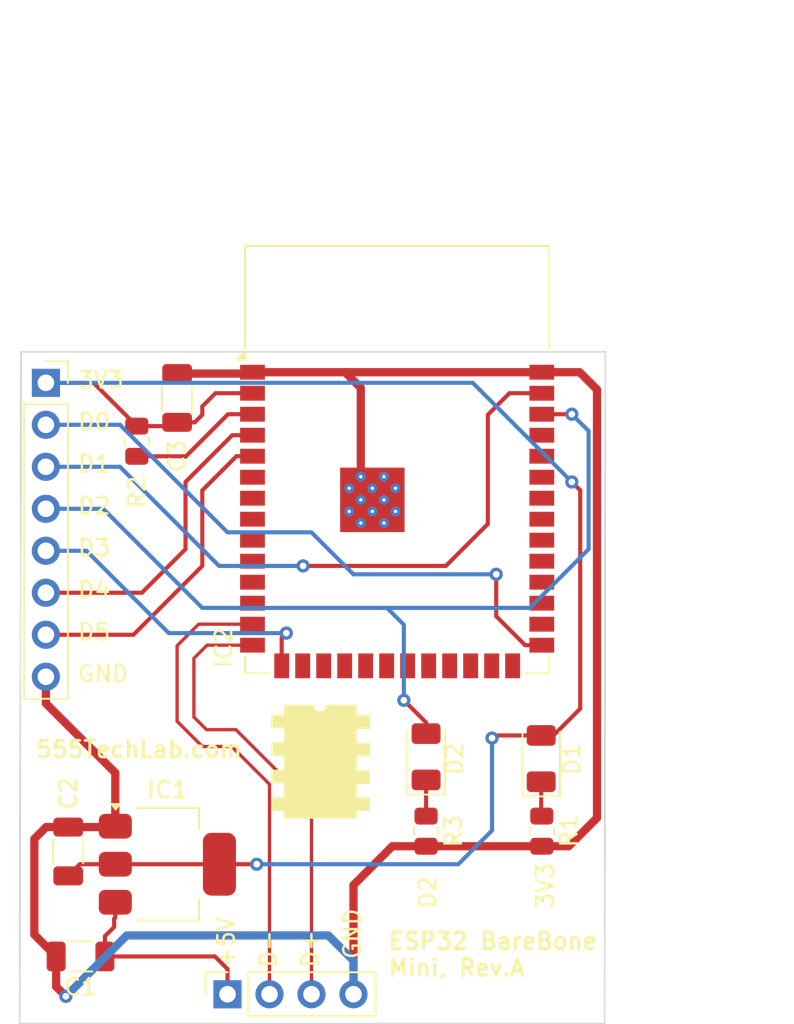
<source format=kicad_pcb>
(kicad_pcb (version 20240108) (generator "pcbnew") (generator_version "8.0")
  (layers (0 "F.Cu" signal) (31 "B.Cu" signal) (34 "B.Paste" user) (35 "F.Paste" user) (36 "B.SilkS" user "B.Silkscreen") (37 "F.SilkS" user "F.Silkscreen") (38 "B.Mask" user) (39 "F.Mask" user) (44 "Edge.Cuts" user))
  (net 0 "")
  (net 1 "+3V3")
  (net 2 "Net-(D2-K)")
  (net 3 "USB_N")
  (net 4 "USB_P")
  (net 5 "GND")
  (net 6 "+5V")
  (net 7 "Net-(D1-K)")
  (net 27 "Net-(IC2-EN)")
  (net 37 "D2")
  (net 38 "D0")
  (net 39 "D5")
  (net 40 "D4")
  (net 41 "D1")
  (net 42 "D3")
  (footprint "LOGO" (layer "F.Cu") (at 151.892 116.332)
    (property "Reference" "G***" (hide yes))
    (property "Value" "LOGO" (hide yes))
    (fp_poly (pts (xy -0.333334 -3.702558) (xy -0.309774 -3.605825) (xy -0.250044 -3.506181) (xy -0.247037 -3.502558) (xy -0.142002 -3.422711) (xy -0.017975 -3.394374) (xy 0.109783 -3.411864) (xy 0.226012 -3.469498) (xy 0.31545 -3.56159) (xy 0.362838 -3.682457) (xy 0.366666 -3.731142) (xy 0.36833 -3.751314) (xy 0.37817 -3.767103) (xy 0.403458 -3.779047) (xy 0.451465 -3.787682) (xy 0.529464 -3.793545) (xy 0.644727 -3.797171) (xy 0.804525 -3.799098) (xy 1.016131 -3.799863) (xy 1.286817 -3.8) (xy 1.3 -3.8) (xy 2.233333 -3.8) (xy 2.233333 -3.483334) (xy 2.233333 -3.166667) (xy 2.633333 -3.166667) (xy 3.033333 -3.166667) (xy 3.033333 -2.75) (xy 3.033333 -2.333334) (xy 2.633333 -2.333334) (xy 2.233333 -2.333334) (xy 2.233333 -1.916667) (xy 2.233333 -1.5) (xy 2.633333 -1.5) (xy 3.033333 -1.5) (xy 3.033333 -1.083334) (xy 3.033333 -0.666667) (xy 2.633333 -0.666667) (xy 2.233333 -0.666667) (xy 2.233333 -0.25) (xy 2.233333 0.166666) (xy 2.633333 0.166666) (xy 3.033333 0.166666) (xy 3.033333 0.583333) (xy 3.033333 1) (xy 2.633333 1) (xy 2.233333 1) (xy 2.233333 1.4) (xy 2.233333 1.8) (xy 2.633333 1.8) (xy 3.033333 1.8) (xy 3.033333 2.216666) (xy 3.033333 2.633333) (xy 2.633333 2.633333) (xy 2.233333 2.633333) (xy 2.233333 2.866666) (xy 2.233333 3.1) (xy 0.033333 3.1) (xy -2.166667 3.1) (xy -2.166667 2.866666) (xy -2.166667 2.633333) (xy -2.55 2.633333) (xy -2.933334 2.633333) (xy -2.933334 2.216666) (xy -2.933334 1.8) (xy -2.55 1.8) (xy -2.166667 1.8) (xy -2.166667 1.383333) (xy -2.166667 0.966666) (xy -2.55 0.966666) (xy -2.933334 0.966666) (xy -2.933334 0.55) (xy -2.933334 0.133333) (xy -2.55 0.133333) (xy -2.166667 0.133333) (xy -2.166667 -0.283334) (xy -2.166667 -0.7) (xy -2.55 -0.7) (xy -2.933334 -0.7) (xy -2.933334 -1.116667) (xy -2.933334 -1.533334) (xy -2.55 -1.533334) (xy -2.166667 -1.533334) (xy -2.166667 -1.95) (xy -2.166667 -2.366667) (xy -2.55 -2.366667) (xy -2.933334 -2.366667) (xy -2.933334 -2.783334) (xy -2.933334 -3.2) (xy -2.55 -3.2) (xy -2.166667 -3.2) (xy -2.166667 -3.5) (xy -2.166667 -3.8) (xy -1.25 -3.8) (xy -0.333334 -3.8)) (fill solid) (layer "F.SilkS"))
  )
  (footprint "Package_TO_SOT_SMD:SOT-223-3_TabPin2" (layer "F.Cu") (at 142.666 122.184)
    (property "Reference" "IC1" (at 0 -4.5 0) (layer "F.SilkS"))
    (property "Value" "AMS1117-3.3" (hide yes))
    (fp_line (start -1.85 -3.41) (end 1.91 -3.41) (stroke (width 0.12)) (layer "F.SilkS"))
    (fp_line (start -1.85 3.41) (end 1.91 3.41) (stroke (width 0.12)) (layer "F.SilkS"))
    (fp_line (start 1.91 -3.41) (end 1.91 -2.15) (stroke (width 0.12)) (layer "F.SilkS"))
    (fp_line (start 1.91 3.41) (end 1.91 2.15) (stroke (width 0.12)) (layer "F.SilkS"))
    (fp_poly (pts (xy -3.13 -3.31) (xy -3.37 -3.64) (xy -2.89 -3.64) (xy -3.13 -3.31)) (stroke (width 0.12)) (fill solid) (layer "F.SilkS"))
    (pad "1" smd roundrect (at -3.15 -2.3) (size 2 1.5) (layers "F.Cu" "F.Paste" "F.Mask") (net 5 "GND"))
    (pad "2" smd roundrect (at -3.15 0) (size 2 1.5) (layers "F.Cu" "F.Paste" "F.Mask") (net 1 "+3V3"))
    (pad "2" smd roundrect (at 3.15 0) (size 2 3.8) (layers "F.Cu" "F.Paste" "F.Mask") (net 1 "+3V3"))
    (pad "3" smd roundrect (at -3.15 2.3) (size 2 1.5) (layers "F.Cu" "F.Paste" "F.Mask") (net 6 "+5V"))
  )
  (footprint "Connector_PinSocket_2.54mm:PinSocket_1x04_P2.54mm_Vertical" (layer "F.Cu") (at 146.304 130.048 90)
    (property "Reference" "J3" (hide yes))
    (property "Value" "Conn_01x04_Socket" (hide yes))
    (fp_line (start 1.33 -1.33) (end 1.33 0) (stroke (width 0.12)) (layer "F.SilkS"))
    (fp_line (start 0 -1.33) (end 1.33 -1.33) (stroke (width 0.12)) (layer "F.SilkS"))
    (fp_line (start 1.33 1.27) (end 1.33 8.95) (stroke (width 0.12)) (layer "F.SilkS"))
    (fp_line (start -1.33 1.27) (end 1.33 1.27) (stroke (width 0.12)) (layer "F.SilkS"))
    (fp_line (start -1.33 1.27) (end -1.33 8.95) (stroke (width 0.12)) (layer "F.SilkS"))
    (fp_line (start -1.33 8.95) (end 1.33 8.95) (stroke (width 0.12)) (layer "F.SilkS"))
    (pad "1" thru_hole rect (at 0 0 90) (size 1.7 1.7) (drill 1) (layers "*.Cu" "*.Mask") (net 6 "+5V"))
    (pad "2" thru_hole oval (at 0 2.54 90) (size 1.7 1.7) (drill 1) (layers "*.Cu" "*.Mask") (net 3 "USB_N"))
    (pad "3" thru_hole oval (at 0 5.08 90) (size 1.7 1.7) (drill 1) (layers "*.Cu" "*.Mask") (net 4 "USB_P"))
    (pad "4" thru_hole oval (at 0 7.62 90) (size 1.7 1.7) (drill 1) (layers "*.Cu" "*.Mask") (net 5 "GND"))
  )
  (footprint "Capacitor_SMD:C_1206_3216Metric" (layer "F.Cu") (at 137.414 127.762 180)
    (property "Reference" "C1" (at 0 -1.85 0) (layer "F.SilkS"))
    (property "Value" "0.1uF" (hide yes))
    (fp_line (start -0.711252 0.91) (end 0.711252 0.91) (stroke (width 0.12)) (layer "F.SilkS"))
    (fp_line (start -0.711252 -0.91) (end 0.711252 -0.91) (stroke (width 0.12)) (layer "F.SilkS"))
    (pad "1" smd roundrect (at -1.475 0 180) (size 1.15 1.8) (layers "F.Cu" "F.Paste" "F.Mask") (roundrect_rratio 0.217391) (net 6 "+5V"))
    (pad "2" smd roundrect (at 1.475 0 180) (size 1.15 1.8) (layers "F.Cu" "F.Paste" "F.Mask") (roundrect_rratio 0.217391) (net 5 "GND"))
  )
  (footprint "Capacitor_SMD:C_1206_3216Metric" (layer "F.Cu") (at 136.666 121.412 90)
    (property "Reference" "C2" (at 3.5 0 90) (layer "F.SilkS"))
    (property "Value" "0.1uF" (hide yes))
    (fp_line (start -0.711252 -0.91) (end 0.711252 -0.91) (stroke (width 0.12)) (layer "F.SilkS"))
    (fp_line (start -0.711252 0.91) (end 0.711252 0.91) (stroke (width 0.12)) (layer "F.SilkS"))
    (pad "1" smd roundrect (at -1.475 0 90) (size 1.15 1.8) (layers "F.Cu" "F.Paste" "F.Mask") (roundrect_rratio 0.217391) (net 1 "+3V3"))
    (pad "2" smd roundrect (at 1.475 0 90) (size 1.15 1.8) (layers "F.Cu" "F.Paste" "F.Mask") (roundrect_rratio 0.217391) (net 5 "GND"))
  )
  (footprint "Resistor_SMD:R_0805_2012Metric" (layer "F.Cu") (at 140.816 96.5965 -90)
    (property "Reference" "R2" (at 3.0875 0 90) (layer "F.SilkS"))
    (property "Value" "R_Small" (hide yes))
    (fp_line (start -0.227064 0.735) (end 0.227064 0.735) (stroke (width 0.12)) (layer "F.SilkS"))
    (fp_line (start -0.227064 -0.735) (end 0.227064 -0.735) (stroke (width 0.12)) (layer "F.SilkS"))
    (pad "1" smd roundrect (at -0.9125 0 270) (size 1.025 1.4) (layers "F.Cu" "F.Paste" "F.Mask") (roundrect_rratio 0.243902) (net 1 "+3V3"))
    (pad "2" smd roundrect (at 0.9125 0 270) (size 1.025 1.4) (layers "F.Cu" "F.Paste" "F.Mask") (roundrect_rratio 0.243902) (net 27 "Net-(IC2-EN)"))
  )
  (footprint "Resistor_SMD:R_0805_2012Metric" (layer "F.Cu") (at 158.316 120.184 -90)
    (property "Reference" "R3" (at 0 -1.65 90) (layer "F.SilkS"))
    (property "Value" "R_Small" (hide yes))
    (fp_line (start -0.227064 0.735) (end 0.227064 0.735) (stroke (width 0.12)) (layer "F.SilkS"))
    (fp_line (start -0.227064 -0.735) (end 0.227064 -0.735) (stroke (width 0.12)) (layer "F.SilkS"))
    (pad "1" smd roundrect (at -0.9125 0 270) (size 1.025 1.4) (layers "F.Cu" "F.Paste" "F.Mask") (roundrect_rratio 0.243902) (net 2 "Net-(D2-K)"))
    (pad "2" smd roundrect (at 0.9125 0 270) (size 1.025 1.4) (layers "F.Cu" "F.Paste" "F.Mask") (roundrect_rratio 0.243902) (net 5 "GND"))
  )
  (footprint "RF_Module:ESP32-S3-WROOM-1" (layer "F.Cu") (at 156.566 97.684)
    (property "Reference" "IC2" (at -10.5 11.4 90) (layer "F.SilkS"))
    (property "Value" "ESP32-S3-WROOM-1" (hide yes))
    (fp_line (start -9.2 -12.9) (end -9.2 -6.7) (stroke (width 0.12)) (layer "F.SilkS"))
    (fp_line (start -9.2 -12.9) (end 9.2 -12.9) (stroke (width 0.12)) (layer "F.SilkS"))
    (fp_line (start -9.2 11.95) (end -9.2 12.95) (stroke (width 0.12)) (layer "F.SilkS"))
    (fp_line (start -9.2 12.95) (end -7.7 12.95) (stroke (width 0.12)) (layer "F.SilkS"))
    (fp_line (start 9.2 -12.9) (end 9.2 -6.7) (stroke (width 0.12)) (layer "F.SilkS"))
    (fp_line (start 9.2 12.95) (end 7.7 12.95) (stroke (width 0.12)) (layer "F.SilkS"))
    (fp_line (start 9.2 12.95) (end 9.2 11.95) (stroke (width 0.12)) (layer "F.SilkS"))
    (fp_poly (pts (xy -9.2 -6.025) (xy -9.7 -6.025) (xy -9.2 -6.525) (xy -9.2 -6.025)) (stroke (width 0.12)) (fill solid) (layer "F.SilkS"))
    (pad "1" smd rect (at -8.75 -5.26) (size 1.5 0.9) (layers "F.Cu" "F.Paste" "F.Mask") (net 5 "GND"))
    (pad "2" smd rect (at -8.75 -3.99) (size 1.5 0.9) (layers "F.Cu" "F.Paste" "F.Mask") (net 1 "+3V3"))
    (pad "3" smd rect (at -8.75 -2.72) (size 1.5 0.9) (layers "F.Cu" "F.Paste" "F.Mask") (net 27 "Net-(IC2-EN)"))
    (pad "4" smd rect (at -8.75 -1.45) (size 1.5 0.9) (layers "F.Cu" "F.Paste" "F.Mask") (net 40 "D4"))
    (pad "5" smd rect (at -8.75 -0.18) (size 1.5 0.9) (layers "F.Cu" "F.Paste" "F.Mask") (net 39 "D5"))
    (pad "6" smd rect (at -8.75 1.09) (size 1.5 0.9) (layers "F.Cu" "F.Paste" "F.Mask"))
    (pad "7" smd rect (at -8.75 2.36) (size 1.5 0.9) (layers "F.Cu" "F.Paste" "F.Mask"))
    (pad "8" smd rect (at -8.75 3.63) (size 1.5 0.9) (layers "F.Cu" "F.Paste" "F.Mask"))
    (pad "9" smd rect (at -8.75 4.9) (size 1.5 0.9) (layers "F.Cu" "F.Paste" "F.Mask"))
    (pad "10" smd rect (at -8.75 6.17) (size 1.5 0.9) (layers "F.Cu" "F.Paste" "F.Mask"))
    (pad "11" smd rect (at -8.75 7.44) (size 1.5 0.9) (layers "F.Cu" "F.Paste" "F.Mask"))
    (pad "12" smd rect (at -8.75 8.71) (size 1.5 0.9) (layers "F.Cu" "F.Paste" "F.Mask"))
    (pad "13" smd rect (at -8.75 9.98) (size 1.5 0.9) (layers "F.Cu" "F.Paste" "F.Mask") (net 3 "USB_N"))
    (pad "14" smd rect (at -8.75 11.25 180) (size 1.5 0.9) (layers "F.Cu" "F.Paste" "F.Mask") (net 4 "USB_P"))
    (pad "15" smd rect (at -6.985 12.5 270) (size 1.5 0.9) (layers "F.Cu" "F.Paste" "F.Mask") (net 42 "D3"))
    (pad "16" smd rect (at -5.715 12.5 270) (size 1.5 0.9) (layers "F.Cu" "F.Paste" "F.Mask"))
    (pad "17" smd rect (at -4.445 12.5 270) (size 1.5 0.9) (layers "F.Cu" "F.Paste" "F.Mask"))
    (pad "18" smd rect (at -3.175 12.5 270) (size 1.5 0.9) (layers "F.Cu" "F.Paste" "F.Mask"))
    (pad "19" smd rect (at -1.905 12.5 270) (size 1.5 0.9) (layers "F.Cu" "F.Paste" "F.Mask"))
    (pad "20" smd rect (at -0.635 12.5 270) (size 1.5 0.9) (layers "F.Cu" "F.Paste" "F.Mask"))
    (pad "21" smd rect (at 0.635 12.5 270) (size 1.5 0.9) (layers "F.Cu" "F.Paste" "F.Mask"))
    (pad "22" smd rect (at 1.905 12.5 270) (size 1.5 0.9) (layers "F.Cu" "F.Paste" "F.Mask"))
    (pad "23" smd rect (at 3.175 12.5 270) (size 1.5 0.9) (layers "F.Cu" "F.Paste" "F.Mask"))
    (pad "24" smd rect (at 4.445 12.5 270) (size 1.5 0.9) (layers "F.Cu" "F.Paste" "F.Mask"))
    (pad "25" smd rect (at 5.715 12.5 270) (size 1.5 0.9) (layers "F.Cu" "F.Paste" "F.Mask"))
    (pad "26" smd rect (at 6.985 12.5 270) (size 1.5 0.9) (layers "F.Cu" "F.Paste" "F.Mask"))
    (pad "27" smd rect (at 8.75 11.25) (size 1.5 0.9) (layers "F.Cu" "F.Paste" "F.Mask") (net 38 "D0"))
    (pad "28" smd rect (at 8.75 9.98) (size 1.5 0.9) (layers "F.Cu" "F.Paste" "F.Mask"))
    (pad "29" smd rect (at 8.75 8.71) (size 1.5 0.9) (layers "F.Cu" "F.Paste" "F.Mask"))
    (pad "30" smd rect (at 8.75 7.44) (size 1.5 0.9) (layers "F.Cu" "F.Paste" "F.Mask"))
    (pad "31" smd rect (at 8.75 6.17) (size 1.5 0.9) (layers "F.Cu" "F.Paste" "F.Mask"))
    (pad "32" smd rect (at 8.75 4.9) (size 1.5 0.9) (layers "F.Cu" "F.Paste" "F.Mask"))
    (pad "33" smd rect (at 8.75 3.63) (size 1.5 0.9) (layers "F.Cu" "F.Paste" "F.Mask"))
    (pad "34" smd rect (at 8.75 2.36) (size 1.5 0.9) (layers "F.Cu" "F.Paste" "F.Mask"))
    (pad "35" smd rect (at 8.75 1.09) (size 1.5 0.9) (layers "F.Cu" "F.Paste" "F.Mask"))
    (pad "36" smd rect (at 8.75 -0.18) (size 1.5 0.9) (layers "F.Cu" "F.Paste" "F.Mask"))
    (pad "37" smd rect (at 8.75 -1.45) (size 1.5 0.9) (layers "F.Cu" "F.Paste" "F.Mask"))
    (pad "38" smd rect (at 8.75 -2.72) (size 1.5 0.9) (layers "F.Cu" "F.Paste" "F.Mask") (net 37 "D2"))
    (pad "39" smd rect (at 8.75 -3.99) (size 1.5 0.9) (layers "F.Cu" "F.Paste" "F.Mask") (net 41 "D1"))
    (pad "40" smd rect (at 8.75 -5.26) (size 1.5 0.9) (layers "F.Cu" "F.Paste" "F.Mask") (net 5 "GND"))
    (pad "41" thru_hole circle (at -2.9 1.76 90) (size 0.6 0.6) (drill 0.2) (property pad_prop_heatsink) (layers "*.Cu" "F.Mask") (net 5 "GND"))
    (pad "41" thru_hole circle (at -2.9 3.16) (size 0.6 0.6) (drill 0.2) (property pad_prop_heatsink) (layers "*.Cu" "F.Mask") (net 5 "GND"))
    (pad "41" thru_hole circle (at -2.2 1.06) (size 0.6 0.6) (drill 0.2) (property pad_prop_heatsink) (layers "*.Cu" "F.Mask") (net 5 "GND"))
    (pad "41" thru_hole circle (at -2.2 2.46) (size 0.6 0.6) (drill 0.2) (property pad_prop_heatsink) (layers "*.Cu" "F.Mask") (net 5 "GND"))
    (pad "41" thru_hole circle (at -2.2 3.86) (size 0.6 0.6) (drill 0.2) (property pad_prop_heatsink) (layers "*.Cu" "F.Mask") (net 5 "GND"))
    (pad "41" thru_hole circle (at -1.5 1.76) (size 0.6 0.6) (drill 0.2) (property pad_prop_heatsink) (layers "*.Cu" "F.Mask") (net 5 "GND"))
    (pad "41" smd rect (at -1.5 2.46 270) (size 3.9 3.9) (layers "F.Cu" "F.Mask") (net 5 "GND"))
    (pad "41" thru_hole circle (at -1.5 3.16) (size 0.6 0.6) (drill 0.2) (property pad_prop_heatsink) (layers "*.Cu" "F.Mask") (net 5 "GND"))
    (pad "41" thru_hole circle (at -0.8 1.06) (size 0.6 0.6) (drill 0.2) (property pad_prop_heatsink) (layers "*.Cu" "F.Mask") (net 5 "GND"))
    (pad "41" thru_hole circle (at -0.8 2.46) (size 0.6 0.6) (drill 0.2) (property pad_prop_heatsink) (layers "*.Cu" "F.Mask") (net 5 "GND"))
    (pad "41" thru_hole circle (at -0.8 3.86) (size 0.6 0.6) (drill 0.2) (property pad_prop_heatsink) (layers "*.Cu" "F.Mask") (net 5 "GND"))
    (pad "41" thru_hole circle (at -0.1 1.76) (size 0.6 0.6) (drill 0.2) (property pad_prop_heatsink) (layers "*.Cu" "F.Mask") (net 5 "GND"))
    (pad "41" thru_hole circle (at -0.1 3.16) (size 0.6 0.6) (drill 0.2) (property pad_prop_heatsink) (layers "*.Cu" "F.Mask") (net 5 "GND"))
  )
  (footprint "LED_SMD:LED_1206_3216Metric" (layer "F.Cu") (at 165.2785 115.794 90)
    (property "Reference" "D1" (at -0.03 1.8535 90) (layer "F.SilkS"))
    (property "Value" "LED" (hide yes))
    (fp_line (start 1.6 -1.135) (end -2.285 -1.135) (stroke (width 0.12)) (layer "F.SilkS"))
    (fp_line (start -2.285 -1.135) (end -2.285 1.135) (stroke (width 0.12)) (layer "F.SilkS"))
    (fp_line (start -2.285 1.135) (end 1.6 1.135) (stroke (width 0.12)) (layer "F.SilkS"))
    (pad "1" smd roundrect (at -1.4 0 90) (size 1.25 1.75) (layers "F.Cu" "F.Paste" "F.Mask") (roundrect_rratio 0.2) (net 7 "Net-(D1-K)"))
    (pad "2" smd roundrect (at 1.4 0 90) (size 1.25 1.75) (layers "F.Cu" "F.Paste" "F.Mask") (roundrect_rratio 0.2) (net 1 "+3V3"))
  )
  (footprint "Resistor_SMD:R_0805_2012Metric" (layer "F.Cu") (at 165.316 120.184 -90)
    (property "Reference" "R1" (at 0 -1.65 90) (layer "F.SilkS"))
    (property "Value" "R_Small" (hide yes))
    (fp_line (start -0.227064 0.735) (end 0.227064 0.735) (stroke (width 0.12)) (layer "F.SilkS"))
    (fp_line (start -0.227064 -0.735) (end 0.227064 -0.735) (stroke (width 0.12)) (layer "F.SilkS"))
    (pad "1" smd roundrect (at -0.9125 0 270) (size 1.025 1.4) (layers "F.Cu" "F.Paste" "F.Mask") (roundrect_rratio 0.243902) (net 7 "Net-(D1-K)"))
    (pad "2" smd roundrect (at 0.9125 0 270) (size 1.025 1.4) (layers "F.Cu" "F.Paste" "F.Mask") (roundrect_rratio 0.243902) (net 5 "GND"))
  )
  (footprint "LED_SMD:LED_1206_3216Metric" (layer "F.Cu") (at 158.316 115.684 90)
    (property "Reference" "D2" (at -0.14 1.704 90) (layer "F.SilkS"))
    (property "Value" "LED" (hide yes))
    (fp_line (start 1.6 -1.135) (end -2.285 -1.135) (stroke (width 0.12)) (layer "F.SilkS"))
    (fp_line (start -2.285 -1.135) (end -2.285 1.135) (stroke (width 0.12)) (layer "F.SilkS"))
    (fp_line (start -2.285 1.135) (end 1.6 1.135) (stroke (width 0.12)) (layer "F.SilkS"))
    (pad "1" smd roundrect (at -1.4 0 90) (size 1.25 1.75) (layers "F.Cu" "F.Paste" "F.Mask") (roundrect_rratio 0.2) (net 2 "Net-(D2-K)"))
    (pad "2" smd roundrect (at 1.4 0 90) (size 1.25 1.75) (layers "F.Cu" "F.Paste" "F.Mask") (roundrect_rratio 0.2) (net 37 "D2"))
  )
  (footprint "Connector_PinSocket_2.54mm:PinSocket_1x08_P2.54mm_Vertical" (layer "F.Cu") (at 135.316 93.064)
    (property "Reference" "J2" (hide yes))
    (property "Value" "Conn_01x08_Pin" (hide yes))
    (fp_line (start -1.33 1.27) (end -1.33 19.11) (stroke (width 0.12)) (layer "F.SilkS"))
    (fp_line (start -1.33 1.27) (end 1.33 1.27) (stroke (width 0.12)) (layer "F.SilkS"))
    (fp_line (start -1.33 19.11) (end 1.33 19.11) (stroke (width 0.12)) (layer "F.SilkS"))
    (fp_line (start 0 -1.33) (end 1.33 -1.33) (stroke (width 0.12)) (layer "F.SilkS"))
    (fp_line (start 1.33 -1.33) (end 1.33 0) (stroke (width 0.12)) (layer "F.SilkS"))
    (fp_line (start 1.33 1.27) (end 1.33 19.11) (stroke (width 0.12)) (layer "F.SilkS"))
    (pad "1" thru_hole rect (at 0 0) (size 1.7 1.7) (drill 1) (layers "*.Cu" "*.Mask") (net 1 "+3V3"))
    (pad "2" thru_hole oval (at 0 2.54) (size 1.7 1.7) (drill 1) (layers "*.Cu" "*.Mask") (net 38 "D0"))
    (pad "3" thru_hole oval (at 0 5.08) (size 1.7 1.7) (drill 1) (layers "*.Cu" "*.Mask") (net 41 "D1"))
    (pad "4" thru_hole oval (at 0 7.62) (size 1.7 1.7) (drill 1) (layers "*.Cu" "*.Mask") (net 37 "D2"))
    (pad "5" thru_hole oval (at 0 10.16) (size 1.7 1.7) (drill 1) (layers "*.Cu" "*.Mask") (net 42 "D3"))
    (pad "6" thru_hole oval (at 0 12.7) (size 1.7 1.7) (drill 1) (layers "*.Cu" "*.Mask") (net 40 "D4"))
    (pad "7" thru_hole oval (at 0 15.24) (size 1.7 1.7) (drill 1) (layers "*.Cu" "*.Mask") (net 39 "D5"))
    (pad "8" thru_hole oval (at 0 17.78) (size 1.7 1.7) (drill 1) (layers "*.Cu" "*.Mask") (net 5 "GND"))
  )
  (footprint "Capacitor_SMD:C_1206_3216Metric" (layer "F.Cu") (at 143.256 93.98 90)
    (property "Reference" "C3" (at -3.5 0 90) (layer "F.SilkS"))
    (property "Value" "0.1uF" (hide yes))
    (fp_line (start -0.711252 -0.91) (end 0.711252 -0.91) (stroke (width 0.12)) (layer "F.SilkS"))
    (fp_line (start -0.711252 0.91) (end 0.711252 0.91) (stroke (width 0.12)) (layer "F.SilkS"))
    (pad "1" smd roundrect (at -1.475 0 90) (size 1.15 1.8) (layers "F.Cu" "F.Paste" "F.Mask") (roundrect_rratio 0.217391) (net 1 "+3V3"))
    (pad "2" smd roundrect (at 1.475 0 90) (size 1.15 1.8) (layers "F.Cu" "F.Paste" "F.Mask") (roundrect_rratio 0.217391) (net 5 "GND"))
  )
  (gr_line (start 133.816 91.184) (end 169.164 91.184) (stroke (width 0.1)) (layer "Edge.Cuts"))
  (gr_line (start 133.731 131.826) (end 169.1132 131.826) (stroke (width 0.1)) (layer "Edge.Cuts"))
  (gr_line (start 169.164 91.184) (end 169.1132 131.826) (stroke (width 0.1)) (layer "Edge.Cuts"))
  (gr_line (start 133.816 91.184) (end 133.731 131.826) (stroke (width 0.1)) (layer "Edge.Cuts"))
  (gr_text "D5" (at 137.16 108.712 0) (layer "F.SilkS") (effects (font (size 1 1)) (justify left bottom)))
  (gr_text "GND" (at 154.432 128.016 90) (layer "F.SilkS") (effects (font (size 1 1)) (justify left bottom)))
  (gr_text "D-" (at 149.352 128.524 90) (layer "F.SilkS") (effects (font (size 1 1)) (justify left bottom)))
  (gr_text "D3" (at 137.16 103.632 0) (layer "F.SilkS") (effects (font (size 1 1)) (justify left bottom)))
  (gr_text "555TechLab.com" (at 134.62 115.824 0) (layer "F.SilkS") (effects (font (size 1 1) (thickness 0.1778) (bold yes)) (justify left bottom)))
  (gr_text "D4" (at 137.16 106.172 0) (layer "F.SilkS") (effects (font (size 1 1)) (justify left bottom)))
  (gr_text "D1" (at 137.16 98.552 0) (layer "F.SilkS") (effects (font (size 1 1)) (justify left bottom)))
  (gr_text "D2" (at 137.16 101.092 0) (layer "F.SilkS") (effects (font (size 1 1)) (justify left bottom)))
  (gr_text "D+" (at 151.892 128.524 90) (layer "F.SilkS") (effects (font (size 1 1)) (justify left bottom)))
  (gr_text "3V3" (at 166.116 124.968 90) (layer "F.SilkS") (effects (font (size 1 1)) (justify left bottom)))
  (gr_text "D2" (at 159.004 124.968 90) (layer "F.SilkS") (effects (font (size 1 1)) (justify left bottom)))
  (gr_text "D0" (at 137.16 96.012 0) (layer "F.SilkS") (effects (font (size 1 1)) (justify left bottom)))
  (gr_text "3V3" (at 137.16 93.472 0) (layer "F.SilkS") (effects (font (size 1 1)) (justify left bottom)))
  (gr_text "ESP32 BareBone\nMini, Rev.A" (at 155.956 129.032 0) (layer "F.SilkS") (effects (font (size 1 1) (thickness 0.1778) (bold yes)) (justify left bottom)))
  (gr_text "+5V" (at 146.812 128.524 90) (layer "F.SilkS") (effects (font (size 1 1)) (justify left bottom)))
  (gr_text "GND" (at 137.16 111.252 0) (layer "F.SilkS") (effects (font (size 1 1)) (justify left bottom)))
  (segment (start 138.196 93.064) (end 140.816 95.684) (width 0.25) (layer "F.Cu") (net 1))
  (segment (start 139.516 122.184) (end 137.369 122.184) (width 0.25) (layer "F.Cu") (net 1))
  (segment (start 165.2785 114.394) (end 166.022 114.394) (width 0.25) (layer "F.Cu") (net 1))
  (segment (start 166.022 114.394) (end 167.64 112.776) (width 0.25) (layer "F.Cu") (net 1))
  (segment (start 162.466 114.394) (end 162.306 114.554) (width 0.25) (layer "F.Cu") (net 1))
  (segment (start 137.369 122.184) (end 136.666 122.887) (width 0.25) (layer "F.Cu") (net 1))
  (segment (start 144.78 94.488) (end 144.78 94.996) (width 0.25) (layer "F.Cu") (net 1))
  (segment (start 167.64 112.776) (end 167.64 99.568) (width 0.25) (layer "F.Cu") (net 1))
  (segment (start 145.816 122.184) (end 148.072 122.184) (width 0.25) (layer "F.Cu") (net 1))
  (segment (start 167.64 99.568) (end 167.132 99.06) (width 0.25) (layer "F.Cu") (net 1))
  (segment (start 139.516 122.184) (end 145.816 122.184) (width 0.25) (layer "F.Cu") (net 1))
  (segment (start 165.2785 114.394) (end 162.466 114.394) (width 0.25) (layer "F.Cu") (net 1))
  (segment (start 144.78 94.996) (end 144.321 95.455) (width 0.25) (layer "F.Cu") (net 1))
  (segment (start 144.321 95.455) (end 143.256 95.455) (width 0.25) (layer "F.Cu") (net 1))
  (segment (start 147.816 93.694) (end 145.574 93.694) (width 0.25) (layer "F.Cu") (net 1))
  (segment (start 145.574 93.694) (end 144.78 94.488) (width 0.25) (layer "F.Cu") (net 1))
  (segment (start 135.316 93.064) (end 138.196 93.064) (width 0.25) (layer "F.Cu") (net 1))
  (segment (start 143.027 95.684) (end 143.256 95.455) (width 0.25) (layer "F.Cu") (net 1))
  (segment (start 140.816 95.684) (end 143.027 95.684) (width 0.25) (layer "F.Cu") (net 1))
  (via (at 148.072 122.184) (size 0.8) (drill 0.4) (layers "F.Cu" "B.Cu") (net 1))
  (via (at 162.306 114.554) (size 0.8) (drill 0.4) (layers "F.Cu" "B.Cu") (net 1))
  (via (at 167.132 99.06) (size 0.8) (drill 0.4) (layers "F.Cu" "B.Cu") (net 1))
  (segment (start 160.264 122.184) (end 162.052 120.396) (width 0.25) (layer "B.Cu") (net 1))
  (segment (start 161.136 93.064) (end 167.132 99.06) (width 0.25) (layer "B.Cu") (net 1))
  (segment (start 135.316 93.064) (end 161.136 93.064) (width 0.25) (layer "B.Cu") (net 1))
  (segment (start 148.072 122.184) (end 160.264 122.184) (width 0.25) (layer "B.Cu") (net 1))
  (segment (start 162.306 120.142) (end 162.306 114.554) (width 0.25) (layer "B.Cu") (net 1))
  (segment (start 162.052 120.396) (end 162.306 120.142) (width 0.25) (layer "B.Cu") (net 1))
  (segment (start 158.316 117.084) (end 158.316 119.2715) (width 0.25) (layer "F.Cu") (net 2))
  (segment (start 148.844 117.348) (end 148.59 117.094) (width 0.2) (layer "F.Cu") (net 3))
  (segment (start 148.844 130.048) (end 148.844 117.348) (width 0.2) (layer "F.Cu") (net 3))
  (segment (start 143.256 113.538) (end 143.256 108.966) (width 0.2) (layer "F.Cu") (net 3))
  (segment (start 148.59 117.094) (end 146.558 115.062) (width 0.2) (layer "F.Cu") (net 3))
  (segment (start 146.558 115.062) (end 144.78 115.062) (width 0.2) (layer "F.Cu") (net 3))
  (segment (start 143.256 108.966) (end 144.558 107.664) (width 0.2) (layer "F.Cu") (net 3))
  (segment (start 144.558 107.664) (end 147.816 107.664) (width 0.2) (layer "F.Cu") (net 3))
  (segment (start 144.78 115.062) (end 143.256 113.538) (width 0.2) (layer "F.Cu") (net 3))
  (segment (start 151.384 118.618) (end 146.812 114.046) (width 0.2) (layer "F.Cu") (net 4))
  (segment (start 145.066 108.934) (end 147.816 108.934) (width 0.2) (layer "F.Cu") (net 4))
  (segment (start 151.384 130.048) (end 151.384 118.618) (width 0.2) (layer "F.Cu") (net 4))
  (segment (start 144.272 113.284) (end 144.272 109.728) (width 0.2) (layer "F.Cu") (net 4))
  (segment (start 145.034 114.046) (end 144.272 113.284) (width 0.2) (layer "F.Cu") (net 4))
  (segment (start 146.812 114.046) (end 145.034 114.046) (width 0.2) (layer "F.Cu") (net 4))
  (segment (start 144.272 109.728) (end 145.066 108.934) (width 0.2) (layer "F.Cu") (net 4))
  (segment (start 166.9395 121.0965) (end 168.656 119.38) (width 0.5) (layer "F.Cu") (net 5))
  (segment (start 135.939 129.589) (end 135.939 127.762) (width 0.5) (layer "F.Cu") (net 5))
  (segment (start 135.939 127.762) (end 134.62 126.443) (width 0.5) (layer "F.Cu") (net 5))
  (segment (start 136.525 130.175) (end 135.939 129.589) (width 0.5) (layer "F.Cu") (net 5))
  (segment (start 136.558 130.208) (end 136.525 130.175) (width 0.5) (layer "F.Cu") (net 5))
  (segment (start 167.608 92.424) (end 165.316 92.424) (width 0.5) (layer "F.Cu") (net 5))
  (segment (start 134.62 126.443) (end 134.62 120.65) (width 0.5) (layer "F.Cu") (net 5))
  (segment (start 153.924 123.444) (end 153.924 130.048) (width 0.5) (layer "F.Cu") (net 5))
  (segment (start 153.416 92.424) (end 147.816 92.424) (width 0.5) (layer "F.Cu") (net 5))
  (segment (start 139.516 116.656) (end 139.516 119.884) (width 0.5) (layer "F.Cu") (net 5))
  (segment (start 158.316 121.0965) (end 156.2715 121.0965) (width 0.5) (layer "F.Cu") (net 5))
  (segment (start 139.463 119.937) (end 139.516 119.884) (width 0.5) (layer "F.Cu") (net 5))
  (segment (start 168.656 93.472) (end 167.608 92.424) (width 0.5) (layer "F.Cu") (net 5))
  (segment (start 154.366 93.374) (end 153.416 92.424) (width 0.5) (layer "F.Cu") (net 5))
  (segment (start 165.316 92.424) (end 153.416 92.424) (width 0.5) (layer "F.Cu") (net 5))
  (segment (start 154.366 98.744) (end 154.366 93.374) (width 0.5) (layer "F.Cu") (net 5))
  (segment (start 147.735 92.505) (end 147.816 92.424) (width 0.5) (layer "F.Cu") (net 5))
  (segment (start 143.256 92.505) (end 147.735 92.505) (width 0.5) (layer "F.Cu") (net 5))
  (segment (start 168.656 119.38) (end 168.656 93.472) (width 0.5) (layer "F.Cu") (net 5))
  (segment (start 165.316 121.0965) (end 158.316 121.0965) (width 0.5) (layer "F.Cu") (net 5))
  (segment (start 134.62 120.65) (end 135.333 119.937) (width 0.5) (layer "F.Cu") (net 5))
  (segment (start 165.316 121.0965) (end 166.9395 121.0965) (width 0.5) (layer "F.Cu") (net 5))
  (segment (start 136.666 119.937) (end 139.463 119.937) (width 0.5) (layer "F.Cu") (net 5))
  (segment (start 156.2715 121.0965) (end 153.924 123.444) (width 0.5) (layer "F.Cu") (net 5))
  (segment (start 135.316 112.456) (end 139.516 116.656) (width 0.5) (layer "F.Cu") (net 5))
  (segment (start 135.333 119.937) (end 136.666 119.937) (width 0.5) (layer "F.Cu") (net 5))
  (segment (start 135.316 110.844) (end 135.316 112.456) (width 0.5) (layer "F.Cu") (net 5))
  (via (at 136.525 130.175) (size 0.8) (drill 0.4) (layers "F.Cu" "B.Cu") (net 5))
  (segment (start 140.208 126.492) (end 152.4 126.492) (width 0.5) (layer "B.Cu") (net 5))
  (segment (start 136.525 130.175) (end 140.208 126.492) (width 0.5) (layer "B.Cu") (net 5))
  (segment (start 152.4 126.492) (end 153.924 128.016) (width 0.5) (layer "B.Cu") (net 5))
  (segment (start 153.924 128.016) (end 153.924 130.048) (width 0.5) (layer "B.Cu") (net 5))
  (segment (start 139.446 125.984) (end 139.446 125.476) (width 0.25) (layer "F.Cu") (net 6))
  (segment (start 146.304 128.524) (end 146.304 130.048) (width 0.25) (layer "F.Cu") (net 6))
  (segment (start 139.516 125.406) (end 139.516 124.484) (width 0.25) (layer "F.Cu") (net 6))
  (segment (start 145.542 127.762) (end 146.304 128.524) (width 0.25) (layer "F.Cu") (net 6))
  (segment (start 138.889 127.762) (end 138.889 126.541) (width 0.25) (layer "F.Cu") (net 6))
  (segment (start 138.889 127.762) (end 145.542 127.762) (width 0.25) (layer "F.Cu") (net 6))
  (segment (start 139.446 125.476) (end 139.516 125.406) (width 0.25) (layer "F.Cu") (net 6))
  (segment (start 138.889 126.541) (end 139.446 125.984) (width 0.25) (layer "F.Cu") (net 6))
  (segment (start 165.2785 119.234) (end 165.316 119.2715) (width 0.25) (layer "F.Cu") (net 7))
  (segment (start 165.2785 117.194) (end 165.2785 119.234) (width 0.25) (layer "F.Cu") (net 7))
  (segment (start 146.336 94.964) (end 143.764 97.536) (width 0.25) (layer "F.Cu") (net 27))
  (segment (start 143.764 97.536) (end 143.737 97.509) (width 0.25) (layer "F.Cu") (net 27))
  (segment (start 143.737 97.509) (end 140.816 97.509) (width 0.25) (layer "F.Cu") (net 27))
  (segment (start 147.816 94.964) (end 146.336 94.964) (width 0.25) (layer "F.Cu") (net 27))
  (segment (start 156.972 112.268) (end 158.316 113.612) (width 0.25) (layer "F.Cu") (net 37))
  (segment (start 158.316 113.612) (end 158.316 114.284) (width 0.25) (layer "F.Cu") (net 37))
  (segment (start 167.132 94.964) (end 165.316 94.964) (width 0.25) (layer "F.Cu") (net 37))
  (via (at 156.972 112.268) (size 0.8) (drill 0.4) (layers "F.Cu" "B.Cu") (net 37))
  (via (at 167.132 94.964) (size 0.8) (drill 0.4) (layers "F.Cu" "B.Cu") (net 37))
  (segment (start 144.78 106.68) (end 155.956 106.68) (width 0.25) (layer "B.Cu") (net 37))
  (segment (start 156.972 107.696) (end 155.956 106.68) (width 0.25) (layer "B.Cu") (net 37))
  (segment (start 164.592 106.68) (end 155.956 106.68) (width 0.25) (layer "B.Cu") (net 37))
  (segment (start 168.148 103.124) (end 164.592 106.68) (width 0.25) (layer "B.Cu") (net 37))
  (segment (start 135.316 100.684) (end 138.784 100.684) (width 0.25) (layer "B.Cu") (net 37))
  (segment (start 167.132 94.964) (end 168.148 95.98) (width 0.25) (layer "B.Cu") (net 37))
  (segment (start 156.972 112.268) (end 156.972 107.696) (width 0.25) (layer "B.Cu") (net 37))
  (segment (start 168.148 95.98) (end 168.148 103.124) (width 0.25) (layer "B.Cu") (net 37))
  (segment (start 138.784 100.684) (end 144.78 106.68) (width 0.25) (layer "B.Cu") (net 37))
  (segment (start 164.306 108.934) (end 163.576 108.204) (width 0.25) (layer "F.Cu") (net 38))
  (segment (start 165.316 108.934) (end 164.306 108.934) (width 0.25) (layer "F.Cu") (net 38))
  (segment (start 162.56 107.188) (end 162.56 104.648) (width 0.25) (layer "F.Cu") (net 38))
  (segment (start 163.576 108.204) (end 162.56 107.188) (width 0.25) (layer "F.Cu") (net 38))
  (via (at 162.56 104.648) (size 0.8) (drill 0.4) (layers "F.Cu" "B.Cu") (net 38))
  (segment (start 135.316 95.604) (end 139.8 95.604) (width 0.25) (layer "B.Cu") (net 38))
  (segment (start 153.924 104.648) (end 162.56 104.648) (width 0.25) (layer "B.Cu") (net 38))
  (segment (start 151.384 102.108) (end 153.924 104.648) (width 0.25) (layer "B.Cu") (net 38))
  (segment (start 139.8 95.604) (end 146.304 102.108) (width 0.25) (layer "B.Cu") (net 38))
  (segment (start 146.304 102.108) (end 151.384 102.108) (width 0.25) (layer "B.Cu") (net 38))
  (segment (start 144.78 99.568) (end 146.844 97.504) (width 0.25) (layer "F.Cu") (net 39))
  (segment (start 140.616 108.304) (end 144.78 104.14) (width 0.25) (layer "F.Cu") (net 39))
  (segment (start 144.78 104.14) (end 144.78 99.568) (width 0.25) (layer "F.Cu") (net 39))
  (segment (start 146.844 97.504) (end 147.816 97.504) (width 0.25) (layer "F.Cu") (net 39))
  (segment (start 135.316 108.304) (end 140.616 108.304) (width 0.25) (layer "F.Cu") (net 39))
  (segment (start 143.764 99.06) (end 143.764 103.124) (width 0.25) (layer "F.Cu") (net 40))
  (segment (start 141.124 105.764) (end 135.316 105.764) (width 0.25) (layer "F.Cu") (net 40))
  (segment (start 147.816 96.234) (end 146.59 96.234) (width 0.25) (layer "F.Cu") (net 40))
  (segment (start 143.764 103.124) (end 141.124 105.764) (width 0.25) (layer "F.Cu") (net 40))
  (segment (start 146.59 96.234) (end 143.764 99.06) (width 0.25) (layer "F.Cu") (net 40))
  (segment (start 163.354 93.694) (end 165.316 93.694) (width 0.25) (layer "F.Cu") (net 41))
  (segment (start 162.052 101.6) (end 162.052 94.996) (width 0.25) (layer "F.Cu") (net 41))
  (segment (start 150.876 104.14) (end 159.512 104.14) (width 0.25) (layer "F.Cu") (net 41))
  (segment (start 162.052 94.996) (end 163.354 93.694) (width 0.25) (layer "F.Cu") (net 41))
  (segment (start 159.512 104.14) (end 162.052 101.6) (width 0.25) (layer "F.Cu") (net 41))
  (via (at 150.876 104.14) (size 0.8) (drill 0.4) (layers "F.Cu" "B.Cu") (net 41))
  (segment (start 150.876 104.14) (end 145.796 104.14) (width 0.25) (layer "B.Cu") (net 41))
  (segment (start 139.8 98.144) (end 135.316 98.144) (width 0.25) (layer "B.Cu") (net 41))
  (segment (start 145.796 104.14) (end 139.8 98.144) (width 0.25) (layer "B.Cu") (net 41))
  (segment (start 149.581 108.483) (end 149.86 108.204) (width 0.25) (layer "F.Cu") (net 42))
  (segment (start 149.581 110.184) (end 149.581 108.483) (width 0.25) (layer "F.Cu") (net 42))
  (via (at 149.86 108.204) (size 0.8) (drill 0.4) (layers "F.Cu" "B.Cu") (net 42))
  (segment (start 137.768 103.224) (end 142.748 108.204) (width 0.25) (layer "B.Cu") (net 42))
  (segment (start 135.316 103.224) (end 137.768 103.224) (width 0.25) (layer "B.Cu") (net 42))
  (segment (start 142.748 108.204) (end 149.86 108.204) (width 0.25) (layer "B.Cu") (net 42))
)
</source>
